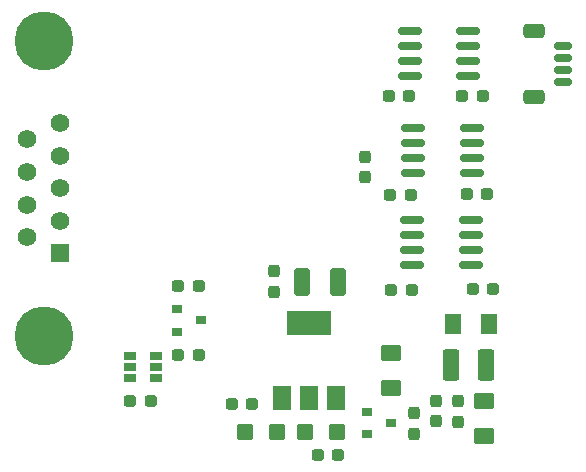
<source format=gbr>
%TF.GenerationSoftware,KiCad,Pcbnew,(6.0.4-0)*%
%TF.CreationDate,2022-06-27T11:15:04-06:00*%
%TF.ProjectId,DAC_pockel,4441435f-706f-4636-9b65-6c2e6b696361,rev?*%
%TF.SameCoordinates,Original*%
%TF.FileFunction,Paste,Top*%
%TF.FilePolarity,Positive*%
%FSLAX46Y46*%
G04 Gerber Fmt 4.6, Leading zero omitted, Abs format (unit mm)*
G04 Created by KiCad (PCBNEW (6.0.4-0)) date 2022-06-27 11:15:04*
%MOMM*%
%LPD*%
G01*
G04 APERTURE LIST*
G04 Aperture macros list*
%AMRoundRect*
0 Rectangle with rounded corners*
0 $1 Rounding radius*
0 $2 $3 $4 $5 $6 $7 $8 $9 X,Y pos of 4 corners*
0 Add a 4 corners polygon primitive as box body*
4,1,4,$2,$3,$4,$5,$6,$7,$8,$9,$2,$3,0*
0 Add four circle primitives for the rounded corners*
1,1,$1+$1,$2,$3*
1,1,$1+$1,$4,$5*
1,1,$1+$1,$6,$7*
1,1,$1+$1,$8,$9*
0 Add four rect primitives between the rounded corners*
20,1,$1+$1,$2,$3,$4,$5,0*
20,1,$1+$1,$4,$5,$6,$7,0*
20,1,$1+$1,$6,$7,$8,$9,0*
20,1,$1+$1,$8,$9,$2,$3,0*%
G04 Aperture macros list end*
%ADD10C,5.000000*%
%ADD11C,1.575000*%
%ADD12R,1.575000X1.575000*%
%ADD13RoundRect,0.250000X0.650000X-0.350000X0.650000X0.350000X-0.650000X0.350000X-0.650000X-0.350000X0*%
%ADD14RoundRect,0.150000X0.625000X-0.150000X0.625000X0.150000X-0.625000X0.150000X-0.625000X-0.150000X0*%
%ADD15RoundRect,0.237500X0.237500X-0.287500X0.237500X0.287500X-0.237500X0.287500X-0.237500X-0.287500X0*%
%ADD16RoundRect,0.237500X-0.287500X-0.237500X0.287500X-0.237500X0.287500X0.237500X-0.287500X0.237500X0*%
%ADD17RoundRect,0.150000X0.825000X0.150000X-0.825000X0.150000X-0.825000X-0.150000X0.825000X-0.150000X0*%
%ADD18R,0.900000X0.800000*%
%ADD19R,1.060000X0.650000*%
%ADD20RoundRect,0.250000X-0.412500X-0.925000X0.412500X-0.925000X0.412500X0.925000X-0.412500X0.925000X0*%
%ADD21R,1.500000X2.000000*%
%ADD22R,3.800000X2.000000*%
%ADD23RoundRect,0.237500X0.287500X0.237500X-0.287500X0.237500X-0.287500X-0.237500X0.287500X-0.237500X0*%
%ADD24RoundRect,0.250000X0.450000X0.425000X-0.450000X0.425000X-0.450000X-0.425000X0.450000X-0.425000X0*%
%ADD25RoundRect,0.250001X0.624999X-0.462499X0.624999X0.462499X-0.624999X0.462499X-0.624999X-0.462499X0*%
%ADD26RoundRect,0.250001X0.462499X1.074999X-0.462499X1.074999X-0.462499X-1.074999X0.462499X-1.074999X0*%
%ADD27RoundRect,0.237500X-0.237500X0.287500X-0.237500X-0.287500X0.237500X-0.287500X0.237500X0.287500X0*%
%ADD28RoundRect,0.250001X-0.462499X-0.624999X0.462499X-0.624999X0.462499X0.624999X-0.462499X0.624999X0*%
G04 APERTURE END LIST*
D10*
%TO.C,J1*%
X97600000Y-81000000D03*
D11*
X96180000Y-64360000D03*
X96180000Y-67120000D03*
X96180000Y-69880000D03*
X96180000Y-72640000D03*
X99020000Y-62980000D03*
X99020000Y-65740000D03*
X99020000Y-71260000D03*
D12*
X99020000Y-74020000D03*
D10*
X97600000Y-56000000D03*
D11*
X99020000Y-68500000D03*
%TD*%
D13*
%TO.C,J6*%
X139100000Y-55200000D03*
X139100000Y-60800000D03*
D14*
X141625000Y-56500000D03*
X141625000Y-57500000D03*
X141625000Y-58500000D03*
X141625000Y-59500000D03*
%TD*%
D15*
%TO.C,R3*%
X124800000Y-65825000D03*
X124800000Y-67575000D03*
%TD*%
D16*
%TO.C,C16*%
X135175000Y-69000000D03*
X133425000Y-69000000D03*
%TD*%
D17*
%TO.C,U6*%
X128925000Y-67205000D03*
X128925000Y-65935000D03*
X128925000Y-64665000D03*
X128925000Y-63395000D03*
X133875000Y-63395000D03*
X133875000Y-64665000D03*
X133875000Y-65935000D03*
X133875000Y-67205000D03*
%TD*%
%TO.C,IC1*%
X128625000Y-59005000D03*
X128625000Y-57735000D03*
X128625000Y-56465000D03*
X128625000Y-55195000D03*
X133575000Y-55195000D03*
X133575000Y-56465000D03*
X133575000Y-57735000D03*
X133575000Y-59005000D03*
%TD*%
D16*
%TO.C,C17*%
X128675000Y-69100000D03*
X126925000Y-69100000D03*
%TD*%
D18*
%TO.C,U5*%
X110900000Y-79700000D03*
X108900000Y-80650000D03*
X108900000Y-78750000D03*
%TD*%
D19*
%TO.C,U3*%
X107150000Y-83620000D03*
X107150000Y-82670000D03*
X107150000Y-84570000D03*
X104950000Y-84570000D03*
X104950000Y-83620000D03*
X104950000Y-82670000D03*
%TD*%
D16*
%TO.C,C15*%
X110775000Y-82600000D03*
X109025000Y-82600000D03*
%TD*%
%TO.C,C14*%
X106675000Y-86500000D03*
X104925000Y-86500000D03*
%TD*%
D15*
%TO.C,C9*%
X117100000Y-75525000D03*
X117100000Y-77275000D03*
%TD*%
D20*
%TO.C,C6*%
X122537500Y-76400000D03*
X119462500Y-76400000D03*
%TD*%
D21*
%TO.C,U2*%
X117800000Y-86250000D03*
X122400000Y-86250000D03*
X120100000Y-86250000D03*
D22*
X120100000Y-79950000D03*
%TD*%
D23*
%TO.C,R2*%
X115275000Y-86800000D03*
X113525000Y-86800000D03*
%TD*%
D24*
%TO.C,C13*%
X114650000Y-89100000D03*
X117350000Y-89100000D03*
%TD*%
%TO.C,C10*%
X119750000Y-89100000D03*
X122450000Y-89100000D03*
%TD*%
D25*
%TO.C,C8*%
X127000000Y-82412500D03*
X127000000Y-85387500D03*
%TD*%
D17*
%TO.C,U4*%
X128825000Y-75005000D03*
X128825000Y-73735000D03*
X128825000Y-72465000D03*
X128825000Y-71195000D03*
X133775000Y-71195000D03*
X133775000Y-72465000D03*
X133775000Y-73735000D03*
X133775000Y-75005000D03*
%TD*%
D16*
%TO.C,C12*%
X128775000Y-77100000D03*
X127025000Y-77100000D03*
%TD*%
%TO.C,C11*%
X135675000Y-77000000D03*
X133925000Y-77000000D03*
%TD*%
%TO.C,C26*%
X128575000Y-60700000D03*
X126825000Y-60700000D03*
%TD*%
%TO.C,C25*%
X134775000Y-60700000D03*
X133025000Y-60700000D03*
%TD*%
D15*
%TO.C,R1*%
X129000000Y-87525000D03*
X129000000Y-89275000D03*
%TD*%
D18*
%TO.C,Q1*%
X127000000Y-88400000D03*
X125000000Y-89350000D03*
X125000000Y-87450000D03*
%TD*%
D26*
%TO.C,L1*%
X132112500Y-83500000D03*
X135087500Y-83500000D03*
%TD*%
D23*
%TO.C,C7*%
X120825000Y-91100000D03*
X122575000Y-91100000D03*
%TD*%
D27*
%TO.C,C5*%
X130800000Y-88250000D03*
X130800000Y-86500000D03*
%TD*%
%TO.C,C4*%
X132700000Y-88275000D03*
X132700000Y-86525000D03*
%TD*%
D25*
%TO.C,C3*%
X134900000Y-86512500D03*
X134900000Y-89487500D03*
%TD*%
D28*
%TO.C,C2*%
X135287500Y-80000000D03*
X132312500Y-80000000D03*
%TD*%
D23*
%TO.C,C1*%
X109025000Y-76800000D03*
X110775000Y-76800000D03*
%TD*%
M02*

</source>
